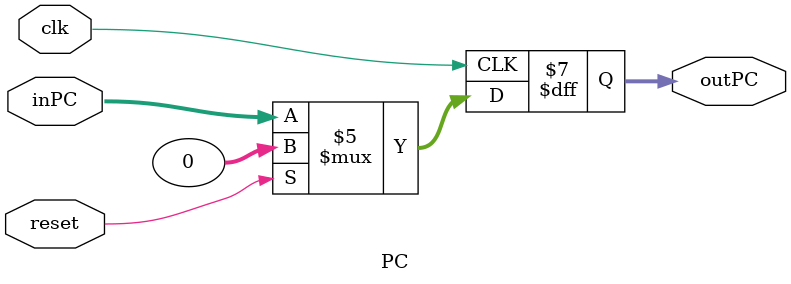
<source format=v>
module PC (outPC , inPC , clk , reset ); 
  input [31:0] inPC;
  input clk , reset ;
  output reg [31:0] outPC ;
initial begin
outPC = 32'b0000000000000000000000000000000;
end
always @(posedge clk)
begin
if(reset == 1)
#5 outPC <= 32'b0;
else  
#5 outPC <= inPC;
end 
endmodule 


</source>
